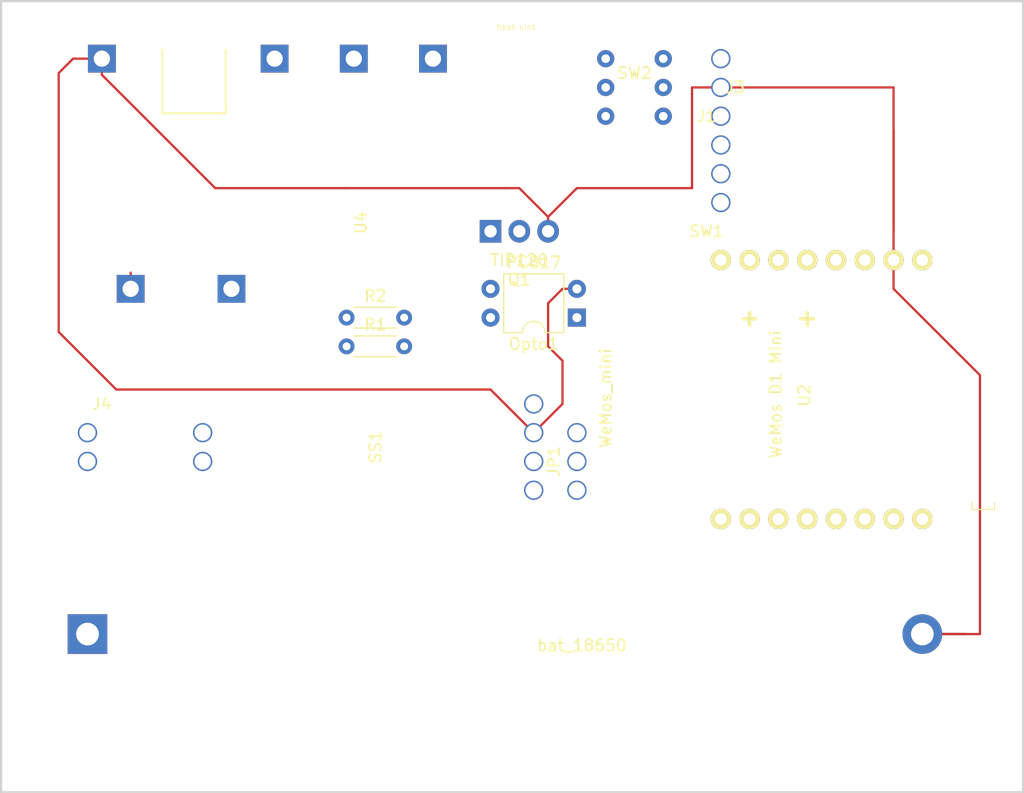
<source format=kicad_pcb>
(kicad_pcb (version 20171130) (host pcbnew "(5.0.2)-1")

  (general
    (thickness 1.6)
    (drawings 22)
    (tracks 121)
    (zones 0)
    (modules 14)
    (nets 18)
  )

  (page A4)
  (layers
    (0 "Black_(GND)" power)
    (1 "Blue_(signal_1)" signal)
    (2 "Yellow_(signal_2)" signal)
    (3 "Yellow2_(signal)" signal)
    (4 "Blue2_(signal)" signal)
    (31 "Red_(Power)" power)
    (32 B.Adhes user hide)
    (33 F.Adhes user hide)
    (34 B.Paste user hide)
    (35 F.Paste user hide)
    (36 B.SilkS user hide)
    (37 F.SilkS user hide)
    (38 B.Mask user hide)
    (39 F.Mask user hide)
    (40 Dwgs.User user hide)
    (41 Cmts.User user hide)
    (42 Eco1.User user hide)
    (43 Eco2.User user hide)
    (44 Edge.Cuts user)
    (45 Margin user hide)
    (46 B.CrtYd user hide)
    (47 F.CrtYd user)
    (48 B.Fab user hide)
    (49 F.Fab user)
  )

  (setup
    (last_trace_width 0.2)
    (trace_clearance 0.2)
    (zone_clearance 0.508)
    (zone_45_only no)
    (trace_min 0.2)
    (segment_width 0.2)
    (edge_width 0.2)
    (via_size 0.8)
    (via_drill 0.4)
    (via_min_size 0.4)
    (via_min_drill 0.3)
    (uvia_size 0.3)
    (uvia_drill 0.1)
    (uvias_allowed no)
    (uvia_min_size 0.2)
    (uvia_min_drill 0.1)
    (pcb_text_width 0.3)
    (pcb_text_size 1.5 1.5)
    (mod_edge_width 0.15)
    (mod_text_size 1 1)
    (mod_text_width 0.15)
    (pad_size 1.5 1.5)
    (pad_drill 0.6)
    (pad_to_mask_clearance 0)
    (solder_mask_min_width 0.25)
    (aux_axis_origin 0 0)
    (visible_elements 7FFFFFFF)
    (pcbplotparams
      (layerselection 0x0b000_7fffffe0)
      (usegerberextensions false)
      (usegerberattributes false)
      (usegerberadvancedattributes false)
      (creategerberjobfile false)
      (excludeedgelayer false)
      (linewidth 0.100000)
      (plotframeref false)
      (viasonmask true)
      (mode 1)
      (useauxorigin false)
      (hpglpennumber 1)
      (hpglpenspeed 20)
      (hpglpendiameter 15.000000)
      (psnegative false)
      (psa4output false)
      (plotreference false)
      (plotvalue false)
      (plotinvisibletext false)
      (padsonsilk false)
      (subtractmaskfromsilk false)
      (outputformat 3)
      (mirror false)
      (drillshape 0)
      (scaleselection 1)
      (outputdirectory "K:/_SRC/projects/Vanding/AutoIrrigation/3d print"))
  )

  (net 0 "")
  (net 1 GND)
  (net 2 "Net-(J3-Pad2)")
  (net 3 "Net-(J3-Pad1)")
  (net 4 "Net-(J4-Pad2)")
  (net 5 "Net-(J4-Pad1)")
  (net 6 "Net-(JP1-Pad3)")
  (net 7 "Net-(JP1-Pad2)")
  (net 8 "Net-(JP1-Pad1)")
  (net 9 "Net-(Q1-Pad1)")
  (net 10 "Net-(SW1-Pad1)")
  (net 11 "Net-(Opto1-Pad1)")
  (net 12 "Net-(Opto1-Pad3)")
  (net 13 "Net-(J1-Pad2)")
  (net 14 "Net-(R2-Pad1)")
  (net 15 "Net-(SW2-Pad2)")
  (net 16 "Net-(SW2-Pad1)")
  (net 17 "Net-(R1-Pad1)")

  (net_class Default "This is the default net class."
    (clearance 0.2)
    (trace_width 0.2)
    (via_dia 0.8)
    (via_drill 0.4)
    (uvia_dia 0.3)
    (uvia_drill 0.1)
    (add_net GND)
    (add_net "Net-(J1-Pad2)")
    (add_net "Net-(J3-Pad1)")
    (add_net "Net-(J3-Pad2)")
    (add_net "Net-(J4-Pad1)")
    (add_net "Net-(J4-Pad2)")
    (add_net "Net-(JP1-Pad1)")
    (add_net "Net-(JP1-Pad2)")
    (add_net "Net-(JP1-Pad3)")
    (add_net "Net-(Opto1-Pad1)")
    (add_net "Net-(Opto1-Pad3)")
    (add_net "Net-(Q1-Pad1)")
    (add_net "Net-(R1-Pad1)")
    (add_net "Net-(R2-Pad1)")
    (add_net "Net-(SW1-Pad1)")
    (add_net "Net-(SW2-Pad1)")
    (add_net "Net-(SW2-Pad2)")
  )

  (module wemos_d1_mini:D1_mini_board_v10 (layer "Black_(GND)") (tedit 5C9CC373) (tstamp 5C9BBEBB)
    (at 106.68 45.72 90)
    (path /5C4F9AC3)
    (fp_text reference U2 (at -6.858 -18.034 90) (layer F.SilkS)
      (effects (font (size 1 1) (thickness 0.15)))
    )
    (fp_text value WeMos_mini (at -7.112 -35.56 90) (layer F.SilkS)
      (effects (font (size 1 1) (thickness 0.15)))
    )
    (fp_text user "WeMos D1 Mini" (at -6.776942 -20.574 90) (layer F.SilkS)
      (effects (font (size 1 1) (thickness 0.15)))
    )
    (fp_line (start -3.597292 -5.442549) (end -10.736873 -5.442549) (layer F.CrtYd) (width 0.1))
    (fp_line (start -10.736873 -5.442549) (end -10.736873 0.371188) (layer F.CrtYd) (width 0.1))
    (fp_line (start -10.736873 0.371188) (end -3.597292 0.371188) (layer F.CrtYd) (width 0.1))
    (fp_line (start -3.597292 0.371188) (end -3.597292 -5.442549) (layer F.CrtYd) (width 0.1))
    (fp_line (start -16.28582 -3.248262) (end -16.938459 -3.248262) (layer F.SilkS) (width 0.1))
    (fp_line (start -16.938459 -3.248262) (end -16.938459 -1.255068) (layer F.SilkS) (width 0.1))
    (fp_line (start -16.938459 -1.255068) (end -16.321098 -1.255068) (layer F.SilkS) (width 0.1))
    (fp_line (start 6.604 1.016) (end -16.256 1.016) (layer F.CrtYd) (width 0.15))
    (fp_line (start -16.256 1.016) (end -16.256 -5.842) (layer F.CrtYd) (width 0.15))
    (fp_line (start -19.558 -5.842) (end -19.558 -34.544) (layer F.CrtYd) (width 0.15))
    (fp_line (start -19.558 -34.544) (end 6.604 -34.544) (layer F.CrtYd) (width 0.15))
    (fp_line (start 6.604 -34.544) (end 6.604 1.016) (layer F.CrtYd) (width 0.15))
    (fp_text user RST (at -22.016942 -25.654 90) (layer F.Fab)
      (effects (font (size 1 1) (thickness 0.15)))
    )
    (fp_text user 3V3 (at -22.016942 -7.874 90) (layer F.Fab)
      (effects (font (size 1 1) (thickness 0.15)))
    )
    (fp_text user 5V (at 8.463058 -7.874 90) (layer F.Fab)
      (effects (font (size 1 1) (thickness 0.15)))
    )
    (fp_text user GND (at 8.463058 -10.414 90) (layer F.Fab)
      (effects (font (size 1 1) (thickness 0.15)))
    )
    (fp_text user A0 (at -22.016942 -23.114 90) (layer F.Fab)
      (effects (font (size 1 1) (thickness 0.15)))
    )
    (fp_line (start -16.256 -5.842) (end -19.558 -5.842) (layer F.CrtYd) (width 0.15))
    (fp_text user D0 (at -22.098 -20.574 90) (layer F.Fab)
      (effects (font (size 1 1) (thickness 0.15)))
    )
    (fp_text user D5 (at -22.016942 -18.034 90) (layer F.Fab)
      (effects (font (size 1 1) (thickness 0.15)))
    )
    (fp_text user D6 (at -22.016942 -15.494 90) (layer F.Fab)
      (effects (font (size 1 1) (thickness 0.15)))
    )
    (fp_text user D7 (at -22.016942 -12.954 90) (layer F.Fab)
      (effects (font (size 1 1) (thickness 0.15)))
    )
    (fp_text user D8 (at -22.016942 -10.414 90) (layer F.Fab)
      (effects (font (size 1 1) (thickness 0.15)))
    )
    (fp_text user TX (at 7.747 -25.654 90) (layer F.Fab)
      (effects (font (size 1 1) (thickness 0.15)))
    )
    (fp_text user RX (at 7.874 -22.987 90) (layer F.Fab)
      (effects (font (size 1 1) (thickness 0.15)))
    )
    (fp_text user D1 (at 8.463058 -20.32 90) (layer F.Fab)
      (effects (font (size 1 1) (thickness 0.15)))
    )
    (fp_text user D2 (at 8.463058 -18.034 90) (layer F.Fab)
      (effects (font (size 1 1) (thickness 0.15)))
    )
    (fp_text user D3 (at 8.463058 -15.494 90) (layer F.Fab)
      (effects (font (size 1 1) (thickness 0.15)))
    )
    (fp_text user D4 (at 8.463058 -12.954 90) (layer F.Fab)
      (effects (font (size 1 1) (thickness 0.15)))
    )
    (pad 8 thru_hole circle (at 5.08 -25.4 90) (size 1.8 1.8) (drill 1.016) (layers *.Cu *.Mask F.SilkS))
    (pad 7 thru_hole circle (at 5.08 -22.86 90) (size 1.8 1.8) (drill 1.016) (layers *.Cu *.Mask F.SilkS))
    (pad 6 thru_hole circle (at 5.08 -20.32 90) (size 1.8 1.8) (drill 1.016) (layers *.Cu *.Mask F.SilkS)
      (net 11 "Net-(Opto1-Pad1)"))
    (pad 5 thru_hole circle (at 5.08 -17.78 90) (size 1.8 1.8) (drill 1.016) (layers *.Cu *.Mask F.SilkS))
    (pad 4 thru_hole circle (at 5.08 -15.24 90) (size 1.8 1.8) (drill 1.016) (layers *.Cu *.Mask F.SilkS))
    (pad 3 thru_hole circle (at 5.08 -12.7 90) (size 1.8 1.8) (drill 1.016) (layers *.Cu *.Mask F.SilkS))
    (pad 2 thru_hole circle (at 5.08 -10.16 90) (size 1.8 1.8) (drill 1.016) (layers *.Cu *.Mask F.SilkS)
      (net 1 GND))
    (pad 1 thru_hole circle (at 5.08 -7.62 90) (size 1.8 1.8) (drill 1.016) (layers *.Cu *.Mask F.SilkS)
      (net 2 "Net-(J3-Pad2)"))
    (pad 16 thru_hole circle (at -17.78 -7.62 90) (size 1.8 1.8) (drill 1.016) (layers *.Cu *.Mask F.SilkS))
    (pad 15 thru_hole circle (at -17.78 -10.16 90) (size 1.8 1.8) (drill 1.016) (layers *.Cu *.Mask F.SilkS))
    (pad 14 thru_hole circle (at -17.78 -12.7 90) (size 1.8 1.8) (drill 1.016) (layers *.Cu *.Mask F.SilkS))
    (pad 13 thru_hole circle (at -17.78 -15.24 90) (size 1.8 1.8) (drill 1.016) (layers *.Cu *.Mask F.SilkS))
    (pad 12 thru_hole circle (at -17.78 -17.78 90) (size 1.8 1.8) (drill 1.016) (layers *.Cu *.Mask F.SilkS)
      (net 14 "Net-(R2-Pad1)"))
    (pad 11 thru_hole circle (at -17.78 -20.32 90) (size 1.8 1.8) (drill 1.016) (layers *.Cu *.Mask F.SilkS)
      (net 16 "Net-(SW2-Pad1)"))
    (pad 10 thru_hole circle (at -17.78 -22.86 90) (size 1.8 1.8) (drill 1.016) (layers *.Cu *.Mask F.SilkS)
      (net 7 "Net-(JP1-Pad2)"))
    (pad 9 thru_hole circle (at -17.78 -25.4 90) (size 1.8 1.8) (drill 1.016) (layers *.Cu *.Mask F.SilkS)
      (net 15 "Net-(SW2-Pad2)"))
  )

  (module footprint:2p_connector_v2 (layer "Black_(GND)") (tedit 5C9E8F0F) (tstamp 5C9BBC0A)
    (at 78.74 22.86 90)
    (path /5C4F9789)
    (fp_text reference J1 (at -5.08 1.27 180) (layer F.SilkS)
      (effects (font (size 1 1) (thickness 0.15)))
    )
    (fp_text value Sol (at -1.27 20.32 180) (layer F.Fab)
      (effects (font (size 1 1) (thickness 0.15)))
    )
    (fp_line (start -3.81 1.27) (end 1.27 1.27) (layer F.CrtYd) (width 0.15))
    (fp_line (start 1.27 1.27) (end 1.27 3.81) (layer F.CrtYd) (width 0.15))
    (fp_line (start 1.27 3.81) (end -3.81 3.81) (layer F.CrtYd) (width 0.15))
    (fp_line (start -3.81 3.81) (end -3.81 1.27) (layer F.CrtYd) (width 0.15))
    (pad 1 thru_hole circle (at -2.54 2.54 90) (size 1.7 1.7) (drill 1.43) (layers *.Cu *.Mask)
      (net 1 GND))
    (pad 2 thru_hole circle (at 0 2.54 90) (size 1.7 1.7) (drill 1.43) (layers *.Cu *.Mask)
      (net 13 "Net-(J1-Pad2)"))
  )

  (module footprint:2p_connector_v2 (layer "Black_(GND)") (tedit 5C5AE479) (tstamp 5C9BBC1E)
    (at 83.82 30.48 270)
    (path /5C4F97F0)
    (fp_text reference J3 (at -5.08 1.27) (layer F.SilkS)
      (effects (font (size 1 1) (thickness 0.15)))
    )
    (fp_text value Valve (at -1.524 -15.113) (layer F.Fab)
      (effects (font (size 1 1) (thickness 0.15)))
    )
    (fp_line (start -3.81 3.81) (end -3.81 1.27) (layer F.CrtYd) (width 0.15))
    (fp_line (start 1.27 3.81) (end -3.81 3.81) (layer F.CrtYd) (width 0.15))
    (fp_line (start 1.27 1.27) (end 1.27 3.81) (layer F.CrtYd) (width 0.15))
    (fp_line (start -3.81 1.27) (end 1.27 1.27) (layer F.CrtYd) (width 0.15))
    (pad 2 thru_hole circle (at 0 2.54 270) (size 1.7 1.7) (drill 1.43) (layers *.Cu *.Mask)
      (net 2 "Net-(J3-Pad2)"))
    (pad 1 thru_hole circle (at -2.54 2.54 270) (size 1.7 1.7) (drill 1.43) (layers *.Cu *.Mask)
      (net 3 "Net-(J3-Pad1)"))
  )

  (module footprint:2p_connector_v2 (layer "Black_(GND)") (tedit 5C5AE479) (tstamp 5C9BBC28)
    (at 27.94 58.42 270)
    (path /5C4F9672)
    (fp_text reference J4 (at -5.08 1.27) (layer F.SilkS)
      (effects (font (size 1 1) (thickness 0.15)))
    )
    (fp_text value "Soil sensor" (at -1.27 5.08 270) (layer F.Fab)
      (effects (font (size 1 1) (thickness 0.15)))
    )
    (fp_line (start -3.81 3.81) (end -3.81 1.27) (layer F.CrtYd) (width 0.15))
    (fp_line (start 1.27 3.81) (end -3.81 3.81) (layer F.CrtYd) (width 0.15))
    (fp_line (start 1.27 1.27) (end 1.27 3.81) (layer F.CrtYd) (width 0.15))
    (fp_line (start -3.81 1.27) (end 1.27 1.27) (layer F.CrtYd) (width 0.15))
    (pad 2 thru_hole circle (at 0 2.54 270) (size 1.7 1.7) (drill 1.43) (layers *.Cu *.Mask)
      (net 4 "Net-(J4-Pad2)"))
    (pad 1 thru_hole circle (at -2.54 2.54 270) (size 1.7 1.7) (drill 1.43) (layers *.Cu *.Mask)
      (net 5 "Net-(J4-Pad1)"))
  )

  (module footprint:3p_switch_v2 (layer "Black_(GND)") (tedit 5C9CC395) (tstamp 5C9BBC33)
    (at 66.04 58.42 90)
    (path /5C52F9B9)
    (fp_text reference JP1 (at 0 0.5 90) (layer F.SilkS)
      (effects (font (size 1 1) (thickness 0.15)))
    )
    (fp_text value "BATT / HUM" (at 0 5.08 90) (layer F.Fab)
      (effects (font (size 1 1) (thickness 0.15)))
    )
    (fp_line (start -3.81 1.27) (end 3.81 1.27) (layer F.CrtYd) (width 0.15))
    (fp_line (start 3.81 1.27) (end 3.81 3.81) (layer F.CrtYd) (width 0.15))
    (fp_line (start 3.81 3.81) (end -3.81 3.81) (layer F.CrtYd) (width 0.15))
    (fp_line (start -3.81 3.81) (end -3.81 1.27) (layer F.CrtYd) (width 0.15))
    (pad 1 thru_hole circle (at -2.54 2.54 90) (size 1.7 1.7) (drill 1.43) (layers *.Cu *.Mask)
      (net 8 "Net-(JP1-Pad1)"))
    (pad 2 thru_hole circle (at 0 2.54 90) (size 1.7 1.7) (drill 1.43) (layers *.Cu *.Mask)
      (net 7 "Net-(JP1-Pad2)"))
    (pad 3 thru_hole circle (at 2.54 2.54 90) (size 1.7 1.7) (drill 1.43) (layers *.Cu *.Mask)
      (net 6 "Net-(JP1-Pad3)"))
  )

  (module Package_DIP:DIP-4_W7.62mm (layer "Black_(GND)") (tedit 5C9CC2D5) (tstamp 5C9BBC4B)
    (at 68.58 45.72 180)
    (descr "4-lead though-hole mounted DIP package, row spacing 7.62 mm (300 mils)")
    (tags "THT DIP DIL PDIP 2.54mm 7.62mm 300mil")
    (path /5C922828)
    (fp_text reference Opto1 (at 3.81 -2.33 180) (layer F.SilkS)
      (effects (font (size 1 1) (thickness 0.15)))
    )
    (fp_text value PC817 (at 3.81 4.87 180) (layer F.SilkS)
      (effects (font (size 1 1) (thickness 0.15)))
    )
    (fp_arc (start 3.81 -1.33) (end 2.81 -1.33) (angle -180) (layer F.SilkS) (width 0.12))
    (fp_line (start 1.635 -1.27) (end 6.985 -1.27) (layer F.Fab) (width 0.1))
    (fp_line (start 6.985 -1.27) (end 6.985 3.81) (layer F.Fab) (width 0.1))
    (fp_line (start 6.985 3.81) (end 0.635 3.81) (layer F.Fab) (width 0.1))
    (fp_line (start 0.635 3.81) (end 0.635 -0.27) (layer F.Fab) (width 0.1))
    (fp_line (start 0.635 -0.27) (end 1.635 -1.27) (layer F.Fab) (width 0.1))
    (fp_line (start 2.81 -1.33) (end 1.16 -1.33) (layer F.SilkS) (width 0.12))
    (fp_line (start 1.16 -1.33) (end 1.16 3.87) (layer F.SilkS) (width 0.12))
    (fp_line (start 1.16 3.87) (end 6.46 3.87) (layer F.SilkS) (width 0.12))
    (fp_line (start 6.46 3.87) (end 6.46 -1.33) (layer F.SilkS) (width 0.12))
    (fp_line (start 6.46 -1.33) (end 4.81 -1.33) (layer F.SilkS) (width 0.12))
    (fp_line (start -1.1 -1.55) (end -1.1 4.1) (layer F.CrtYd) (width 0.05))
    (fp_line (start -1.1 4.1) (end 8.7 4.1) (layer F.CrtYd) (width 0.05))
    (fp_line (start 8.7 4.1) (end 8.7 -1.55) (layer F.CrtYd) (width 0.05))
    (fp_line (start 8.7 -1.55) (end -1.1 -1.55) (layer F.CrtYd) (width 0.05))
    (fp_text user %R (at 3.81 1.27 180) (layer F.Fab)
      (effects (font (size 1 1) (thickness 0.15)))
    )
    (pad 1 thru_hole rect (at 0 0 180) (size 1.6 1.6) (drill 0.8) (layers *.Cu *.Mask)
      (net 11 "Net-(Opto1-Pad1)"))
    (pad 3 thru_hole oval (at 7.62 2.54 180) (size 1.6 1.6) (drill 0.8) (layers *.Cu *.Mask)
      (net 12 "Net-(Opto1-Pad3)"))
    (pad 2 thru_hole oval (at 0 2.54 180) (size 1.6 1.6) (drill 0.8) (layers *.Cu *.Mask)
      (net 1 GND))
    (pad 4 thru_hole oval (at 7.62 0 180) (size 1.6 1.6) (drill 0.8) (layers *.Cu *.Mask)
      (net 2 "Net-(J3-Pad2)"))
    (model ${KISYS3DMOD}/Package_DIP.3dshapes/DIP-4_W7.62mm.wrl
      (at (xyz 0 0 0))
      (scale (xyz 1 1 1))
      (rotate (xyz 0 0 0))
    )
  )

  (module Resistor_THT:R_Axial_DIN0204_L3.6mm_D1.6mm_P5.08mm_Horizontal (layer "Black_(GND)") (tedit 5AE5139B) (tstamp 5C9BBC5E)
    (at 48.26 48.26)
    (descr "Resistor, Axial_DIN0204 series, Axial, Horizontal, pin pitch=5.08mm, 0.167W, length*diameter=3.6*1.6mm^2, http://cdn-reichelt.de/documents/datenblatt/B400/1_4W%23YAG.pdf")
    (tags "Resistor Axial_DIN0204 series Axial Horizontal pin pitch 5.08mm 0.167W length 3.6mm diameter 1.6mm")
    (path /5C4F9DC6)
    (fp_text reference R1 (at 2.54 -1.92) (layer F.SilkS)
      (effects (font (size 1 1) (thickness 0.15)))
    )
    (fp_text value 100k (at -3.302 0) (layer F.Fab)
      (effects (font (size 1 1) (thickness 0.15)))
    )
    (fp_text user %R (at 2.54 0) (layer F.Fab)
      (effects (font (size 0.72 0.72) (thickness 0.108)))
    )
    (fp_line (start 6.03 -1.05) (end -0.95 -1.05) (layer F.CrtYd) (width 0.05))
    (fp_line (start 6.03 1.05) (end 6.03 -1.05) (layer F.CrtYd) (width 0.05))
    (fp_line (start -0.95 1.05) (end 6.03 1.05) (layer F.CrtYd) (width 0.05))
    (fp_line (start -0.95 -1.05) (end -0.95 1.05) (layer F.CrtYd) (width 0.05))
    (fp_line (start 0.62 0.92) (end 4.46 0.92) (layer F.SilkS) (width 0.12))
    (fp_line (start 0.62 -0.92) (end 4.46 -0.92) (layer F.SilkS) (width 0.12))
    (fp_line (start 5.08 0) (end 4.34 0) (layer F.Fab) (width 0.1))
    (fp_line (start 0 0) (end 0.74 0) (layer F.Fab) (width 0.1))
    (fp_line (start 4.34 -0.8) (end 0.74 -0.8) (layer F.Fab) (width 0.1))
    (fp_line (start 4.34 0.8) (end 4.34 -0.8) (layer F.Fab) (width 0.1))
    (fp_line (start 0.74 0.8) (end 4.34 0.8) (layer F.Fab) (width 0.1))
    (fp_line (start 0.74 -0.8) (end 0.74 0.8) (layer F.Fab) (width 0.1))
    (pad 2 thru_hole oval (at 5.08 0) (size 1.4 1.4) (drill 0.7) (layers *.Cu *.Mask)
      (net 6 "Net-(JP1-Pad3)"))
    (pad 1 thru_hole circle (at 0 0) (size 1.4 1.4) (drill 0.7) (layers *.Cu *.Mask)
      (net 17 "Net-(R1-Pad1)"))
    (model ${KISYS3DMOD}/Resistor_THT.3dshapes/R_Axial_DIN0204_L3.6mm_D1.6mm_P5.08mm_Horizontal.wrl
      (at (xyz 0 0 0))
      (scale (xyz 1 1 1))
      (rotate (xyz 0 0 0))
    )
  )

  (module Resistor_THT:R_Axial_DIN0204_L3.6mm_D1.6mm_P5.08mm_Horizontal (layer "Black_(GND)") (tedit 5AE5139B) (tstamp 5C9BBC71)
    (at 48.26 45.72)
    (descr "Resistor, Axial_DIN0204 series, Axial, Horizontal, pin pitch=5.08mm, 0.167W, length*diameter=3.6*1.6mm^2, http://cdn-reichelt.de/documents/datenblatt/B400/1_4W%23YAG.pdf")
    (tags "Resistor Axial_DIN0204 series Axial Horizontal pin pitch 5.08mm 0.167W length 3.6mm diameter 1.6mm")
    (path /5C4F22D3)
    (fp_text reference R2 (at 2.54 -1.92) (layer F.SilkS)
      (effects (font (size 1 1) (thickness 0.15)))
    )
    (fp_text value 5k (at -2.286 0.889) (layer F.Fab)
      (effects (font (size 1 1) (thickness 0.15)))
    )
    (fp_line (start 0.74 -0.8) (end 0.74 0.8) (layer F.Fab) (width 0.1))
    (fp_line (start 0.74 0.8) (end 4.34 0.8) (layer F.Fab) (width 0.1))
    (fp_line (start 4.34 0.8) (end 4.34 -0.8) (layer F.Fab) (width 0.1))
    (fp_line (start 4.34 -0.8) (end 0.74 -0.8) (layer F.Fab) (width 0.1))
    (fp_line (start 0 0) (end 0.74 0) (layer F.Fab) (width 0.1))
    (fp_line (start 5.08 0) (end 4.34 0) (layer F.Fab) (width 0.1))
    (fp_line (start 0.62 -0.92) (end 4.46 -0.92) (layer F.SilkS) (width 0.12))
    (fp_line (start 0.62 0.92) (end 4.46 0.92) (layer F.SilkS) (width 0.12))
    (fp_line (start -0.95 -1.05) (end -0.95 1.05) (layer F.CrtYd) (width 0.05))
    (fp_line (start -0.95 1.05) (end 6.03 1.05) (layer F.CrtYd) (width 0.05))
    (fp_line (start 6.03 1.05) (end 6.03 -1.05) (layer F.CrtYd) (width 0.05))
    (fp_line (start 6.03 -1.05) (end -0.95 -1.05) (layer F.CrtYd) (width 0.05))
    (fp_text user %R (at 2.54 0) (layer F.Fab)
      (effects (font (size 0.72 0.72) (thickness 0.108)))
    )
    (pad 1 thru_hole circle (at 0 0) (size 1.4 1.4) (drill 0.7) (layers *.Cu *.Mask)
      (net 14 "Net-(R2-Pad1)"))
    (pad 2 thru_hole oval (at 5.08 0) (size 1.4 1.4) (drill 0.7) (layers *.Cu *.Mask)
      (net 9 "Net-(Q1-Pad1)"))
    (model ${KISYS3DMOD}/Resistor_THT.3dshapes/R_Axial_DIN0204_L3.6mm_D1.6mm_P5.08mm_Horizontal.wrl
      (at (xyz 0 0 0))
      (scale (xyz 1 1 1))
      (rotate (xyz 0 0 0))
    )
  )

  (module "footprint:Soil sensor_v4" (layer "Black_(GND)") (tedit 5C989D0D) (tstamp 5C9BBC7F)
    (at 66.04 50.8 270)
    (path /5C4FA314)
    (fp_text reference SS1 (at 6.35 15.24 270) (layer F.SilkS)
      (effects (font (size 1 1) (thickness 0.15)))
    )
    (fp_text value SOIL_SENSOR (at 6.35 10.16 270) (layer F.Fab)
      (effects (font (size 1 1) (thickness 0.15)))
    )
    (fp_line (start 12.7 0) (end 0 0) (layer F.CrtYd) (width 0.15))
    (fp_line (start 0 0) (end 0 31.75) (layer F.CrtYd) (width 0.15))
    (fp_line (start 0 31.75) (end 12.7 31.75) (layer F.CrtYd) (width 0.15))
    (fp_line (start 12.7 31.75) (end 12.7 0) (layer F.CrtYd) (width 0.15))
    (pad A0 thru_hole circle (at 10.16 1.27 270) (size 1.7 1.7) (drill 1.43) (layers *.Cu *.Mask)
      (net 8 "Net-(JP1-Pad1)"))
    (pad D0 thru_hole circle (at 7.62 1.27 270) (size 1.7 1.7) (drill 1.43) (layers *.Cu *.Mask))
    (pad GND thru_hole circle (at 5.08 1.27 270) (size 1.7 1.7) (drill 1.43) (layers *.Cu *.Mask)
      (net 1 GND))
    (pad VCC thru_hole circle (at 2.54 1.27 270) (size 1.7 1.7) (drill 1.43) (layers *.Cu *.Mask)
      (net 12 "Net-(Opto1-Pad3)"))
    (pad - thru_hole circle (at 7.62 30.48 270) (size 1.7 1.7) (drill 1.43) (layers *.Cu *.Mask)
      (net 4 "Net-(J4-Pad2)"))
    (pad + thru_hole circle (at 5.08 30.48 270) (size 1.7 1.7) (drill 1.43) (layers *.Cu *.Mask)
      (net 5 "Net-(J4-Pad1)"))
  )

  (module footprint:2p_connector_v2 (layer "Black_(GND)") (tedit 5C9CC305) (tstamp 5C9BBC89)
    (at 78.74 33.02 90)
    (path /5C4F30A2)
    (fp_text reference SW1 (at -5.08 1.27 180) (layer F.SilkS)
      (effects (font (size 1 1) (thickness 0.15)))
    )
    (fp_text value ON/OFF (at -0.635 20.447 180) (layer F.Fab)
      (effects (font (size 1 1) (thickness 0.15)))
    )
    (fp_line (start -3.81 1.27) (end 1.27 1.27) (layer F.CrtYd) (width 0.15))
    (fp_line (start 1.27 1.27) (end 1.27 3.81) (layer F.CrtYd) (width 0.15))
    (fp_line (start 1.27 3.81) (end -3.81 3.81) (layer F.CrtYd) (width 0.15))
    (fp_line (start -3.81 3.81) (end -3.81 1.27) (layer F.CrtYd) (width 0.15))
    (pad 1 thru_hole circle (at -2.54 2.54 90) (size 1.7 1.7) (drill 1.43) (layers *.Cu *.Mask)
      (net 10 "Net-(SW1-Pad1)"))
    (pad 2 thru_hole circle (at 0 2.54 90) (size 1.7 1.7) (drill 1.43) (layers *.Cu *.Mask)
      (net 2 "Net-(J3-Pad2)"))
  )

  (module footprint:J5019_v4 (layer "Black_(GND)") (tedit 5C9BBBE4) (tstamp 5C9BC247)
    (at 58.42 20.32 270)
    (path /5C94F80F)
    (fp_text reference U4 (at 17.018 8.89 270) (layer F.SilkS)
      (effects (font (size 1 1) (thickness 0.15)))
    )
    (fp_text value J5019 (at 15.748 6.35 270) (layer F.Fab)
      (effects (font (size 1 1) (thickness 0.15)))
    )
    (fp_line (start 1.27 1.27) (end 1.27 33.02) (layer F.CrtYd) (width 0.15))
    (fp_line (start 1.27 33.02) (end 25.4 33.02) (layer F.CrtYd) (width 0.15))
    (fp_line (start 25.4 1.27) (end 1.27 1.27) (layer F.CrtYd) (width 0.15))
    (fp_line (start 25.4 1.27) (end 25.4 33.02) (layer F.CrtYd) (width 0.15))
    (fp_line (start 1.778 20.828) (end 7.366 20.828) (layer F.SilkS) (width 0.15))
    (fp_line (start 7.366 20.828) (end 7.366 26.416) (layer F.SilkS) (width 0.15))
    (fp_line (start 7.366 26.416) (end 1.778 26.416) (layer F.SilkS) (width 0.15))
    (pad 6 thru_hole rect (at 2.54 31.75 270) (size 2.46 2.46) (drill 1.43) (layers *.Cu *.Mask)
      (net 1 GND))
    (pad 5 thru_hole rect (at 2.54 16.51 270) (size 2.46 2.46) (drill 1.43) (layers *.Cu *.Mask)
      (net 13 "Net-(J1-Pad2)"))
    (pad 4 thru_hole rect (at 2.54 2.54 270) (size 2.46 2.46) (drill 1.43) (layers *.Cu *.Mask)
      (net 10 "Net-(SW1-Pad1)"))
    (pad 3 thru_hole rect (at 22.86 20.32 270) (size 2.46 2.46) (drill 1.43) (layers *.Cu *.Mask)
      (net 17 "Net-(R1-Pad1)"))
    (pad 1 thru_hole rect (at 2.54 9.525 270) (size 2.46 2.46) (drill 1.43) (layers *.Cu *.Mask)
      (net 1 GND))
    (pad 2 thru_hole rect (at 22.86 29.21 270) (size 2.46 2.46) (drill 1.43) (layers *.Cu *.Mask)
      (net 1 GND))
  )

  (module footprint:TIP120_flat_v2 (layer "Black_(GND)") (tedit 5C9CC2DE) (tstamp 5C9C9FFD)
    (at 66.04 38.1 180)
    (descr "TO-220-3, Vertical, RM 2.54mm, see https://www.vishay.com/docs/66542/to-220-1.pdf")
    (tags "TO-220-3 Vertical RM 2.54mm")
    (path /5C4F21EB)
    (fp_text reference Q1 (at 2.54 -4.27 180) (layer F.SilkS)
      (effects (font (size 1 1) (thickness 0.15)))
    )
    (fp_text value TIP120 (at 2.54 -2.54 180) (layer F.SilkS)
      (effects (font (size 1 1) (thickness 0.15)))
    )
    (fp_circle (center 2.54 16.002) (end 3.675923 16.002) (layer F.CrtYd) (width 0.15))
    (fp_line (start 4.064 -1.27) (end 6.096 -1.27) (layer F.CrtYd) (width 0.15))
    (fp_line (start 1.524 -1.27) (end 3.556 -1.27) (layer F.CrtYd) (width 0.15))
    (fp_line (start -1.016 -1.27) (end 1.016 -1.27) (layer F.CrtYd) (width 0.15))
    (fp_line (start 6.096 6.858) (end 6.096 -1.27) (layer F.CrtYd) (width 0.15))
    (fp_line (start 4.064 6.858) (end 4.064 -1.27) (layer F.CrtYd) (width 0.15))
    (fp_line (start 3.556 6.858) (end 3.556 -1.27) (layer F.CrtYd) (width 0.15))
    (fp_line (start 1.524 6.858) (end 1.524 -1.27) (layer F.CrtYd) (width 0.15))
    (fp_line (start 1.016 6.858) (end 1.016 -1.27) (layer F.CrtYd) (width 0.15))
    (fp_line (start 7.62 6.858) (end 7.62 17.272) (layer F.CrtYd) (width 0.15))
    (fp_line (start -2.54 6.858) (end 7.62 6.858) (layer F.CrtYd) (width 0.15))
    (fp_line (start -2.54 17.272) (end -2.54 6.858) (layer F.CrtYd) (width 0.15))
    (fp_line (start -0.762 19.05) (end -2.54 17.272) (layer F.CrtYd) (width 0.15))
    (fp_line (start 5.842 19.05) (end -0.762 19.05) (layer F.CrtYd) (width 0.15))
    (fp_line (start 7.62 17.272) (end 5.842 19.05) (layer F.CrtYd) (width 0.15))
    (fp_text user %R (at 2.54 -4.27 180) (layer F.SilkS)
      (effects (font (size 1 1) (thickness 0.15)))
    )
    (fp_line (start -2.54 13.462) (end 7.62 13.462) (layer F.CrtYd) (width 0.15))
    (fp_line (start -1.016 6.858) (end -1.016 -1.27) (layer F.CrtYd) (width 0.15))
    (fp_text user "heat sink" (at 2.794 18.034 180) (layer F.SilkS)
      (effects (font (size 0.5 0.5) (thickness 0.06)))
    )
    (fp_text user B (at 6.985 -1.143 180) (layer F.Fab)
      (effects (font (size 1 1) (thickness 0.15)))
    )
    (fp_text user E (at -1.778 0.127 180) (layer F.Fab)
      (effects (font (size 1 1) (thickness 0.15)))
    )
    (pad 1 thru_hole rect (at 5.08 0 180) (size 1.905 2) (drill 1.1) (layers *.Cu *.Mask)
      (net 9 "Net-(Q1-Pad1)"))
    (pad 2 thru_hole oval (at 2.54 0 180) (size 1.905 2) (drill 1.1) (layers *.Cu *.Mask)
      (net 3 "Net-(J3-Pad1)"))
    (pad 3 thru_hole oval (at 0 0 180) (size 1.905 2) (drill 1.1) (layers *.Cu *.Mask)
      (net 1 GND))
    (model ${KISYS3DMOD}/Package_TO_SOT_THT.3dshapes/TO-220-3_Vertical.wrl
      (at (xyz 0 0 0))
      (scale (xyz 1 1 1))
      (rotate (xyz 0 0 0))
    )
  )

  (module footprint:onoff_push_button_2x3_pins_v2 (layer "Black_(GND)") (tedit 5CA30A07) (tstamp 5CA30AC7)
    (at 58.42 20.32 180)
    (path /5C938ACF)
    (fp_text reference SW2 (at -15.24 -3.81 180) (layer F.SilkS)
      (effects (font (size 1 1) (thickness 0.15)))
    )
    (fp_text value flash (at -13.462 0.254 180) (layer F.Fab)
      (effects (font (size 1 1) (thickness 0.15)))
    )
    (fp_line (start -19.05 -8.89) (end -11.43 -8.89) (layer F.CrtYd) (width 0.15))
    (fp_line (start -11.43 -8.89) (end -11.43 -1.27) (layer F.CrtYd) (width 0.15))
    (fp_line (start -11.43 -1.27) (end -19.05 -1.27) (layer F.CrtYd) (width 0.15))
    (fp_line (start -19.05 -1.27) (end -19.05 -8.89) (layer F.CrtYd) (width 0.15))
    (fp_text user "Flash (down)" (at -27.94 -7.62 180) (layer F.Fab)
      (effects (font (size 1 1) (thickness 0.15)))
    )
    (fp_text user "Normal (up)" (at -27.94 -10.16 180) (layer F.Fab)
      (effects (font (size 1 1) (thickness 0.15)))
    )
    (fp_line (start -17.78 -5.08) (end -21.59 -5.08) (layer F.Fab) (width 0.15))
    (fp_line (start -20.828 -5.08) (end -21.336 -5.08) (layer F.Fab) (width 0.15))
    (fp_line (start -20.32 -7.62) (end -17.78 -7.62) (layer F.Fab) (width 0.15))
    (fp_line (start -17.78 -2.54) (end -20.32 -2.54) (layer F.Fab) (width 0.15))
    (fp_circle (center -20.32 -7.62) (end -20.447 -7.6454) (layer F.Fab) (width 0.15))
    (fp_circle (center -20.3454 -2.54) (end -20.3962 -2.6416) (layer F.Fab) (width 0.15))
    (fp_circle (center -21.59 -5.08) (end -21.6916 -5.1054) (layer F.Fab) (width 0.15))
    (fp_line (start -21.59 -5.08) (end -22.86 -7.62) (layer F.Fab) (width 0.15))
    (fp_line (start -21.59 -5.08) (end -20.32 -2.54) (layer F.Fab) (width 0.05))
    (fp_text user "(1 and 2 connected when button up)" (at -16.51 -10.16 180) (layer F.CrtYd)
      (effects (font (size 0.5 0.5) (thickness 0.075)))
    )
    (pad 1 thru_hole circle (at -17.78 -7.62 180) (size 1.524 1.524) (drill 0.762) (layers *.Cu *.Mask)
      (net 16 "Net-(SW2-Pad1)"))
    (pad 2 thru_hole circle (at -17.78 -5.08 180) (size 1.524 1.524) (drill 0.762) (layers *.Cu *.Mask)
      (net 15 "Net-(SW2-Pad2)"))
    (pad NA thru_hole circle (at -12.7 -5.08 180) (size 1.524 1.524) (drill 0.762) (layers *.Cu *.Mask))
    (pad NA thru_hole circle (at -12.7 -7.62 180) (size 1.524 1.524) (drill 0.762) (layers *.Cu *.Mask))
    (pad NA thru_hole circle (at -12.7 -2.54 180) (size 1.524 1.524) (drill 0.762) (layers *.Cu *.Mask))
    (pad 3 thru_hole circle (at -17.78 -2.54 180) (size 1.524 1.524) (drill 0.762) (layers *.Cu *.Mask))
  )

  (module footprint:BatteryHolder_MPD_BH-18650-PC2_v2 (layer "Black_(GND)") (tedit 5CA32AE9) (tstamp 5CA32BC8)
    (at 33.02 73.66)
    (descr "18650 Battery Holder (http://www.memoryprotectiondevices.com/datasheets/BK-18650-PC2-datasheet.pdf)")
    (tags "18650 Battery Holder")
    (path /5C9C0D4A)
    (fp_text reference bat_18650 (at 36 1) (layer F.SilkS)
      (effects (font (size 1 1) (thickness 0.15)))
    )
    (fp_text value Battery_Cell (at 36 -0.8) (layer F.Fab)
      (effects (font (size 1 1) (thickness 0.15)))
    )
    (fp_line (start -1.27 8.89) (end -1.27 -8.89) (layer F.CrtYd) (width 0.05))
    (fp_line (start 61.976 8.89) (end -1.27 8.89) (layer F.CrtYd) (width 0.05))
    (fp_line (start 61.976 -8.89) (end 61.976 8.89) (layer F.CrtYd) (width 0.05))
    (fp_line (start -1.27 -8.89) (end 61.976 -8.89) (layer F.CrtYd) (width 0.05))
    (fp_text user %R (at 36 -2.4) (layer F.Fab)
      (effects (font (size 1 1) (thickness 0.15)))
    )
    (fp_line (start -1.27 -3.302) (end -9.652 -3.302) (layer F.CrtYd) (width 0.05))
    (fp_line (start -9.652 -3.302) (end -9.652 3.302) (layer F.CrtYd) (width 0.05))
    (fp_line (start -9.652 3.302) (end -1.27 3.302) (layer F.CrtYd) (width 0.05))
    (fp_line (start -1.27 3.302) (end -1.27 -3.302) (layer F.CrtYd) (width 0.05))
    (fp_line (start 61.976 -3.302) (end 68.326 -3.302) (layer F.CrtYd) (width 0.05))
    (fp_line (start 61.976 3.302) (end 68.326 3.302) (layer F.CrtYd) (width 0.05))
    (fp_line (start 68.326 3.302) (end 68.326 -3.302) (layer F.CrtYd) (width 0.05))
    (fp_line (start 61.976 -3.302) (end 61.976 3.302) (layer F.CrtYd) (width 0.05))
    (pad 2 thru_hole circle (at 66.04 0) (size 3.5 3.5) (drill 2) (layers *.Cu *.Mask)
      (net 1 GND))
    (pad 1 thru_hole rect (at -7.62 0) (size 3.5 3.5) (drill 2) (layers *.Cu *.Mask)
      (net 17 "Net-(R1-Pad1)"))
    (model ${KISYS3DMOD}/Battery.3dshapes/BatteryHolder_MPD_BH-18650-PC2.wrl
      (at (xyz 0 0 0))
      (scale (xyz 1 1 1))
      (rotate (xyz 0 0 0))
    )
  )

  (gr_text - (at 95.377 27.686 180) (layer F.Fab) (tstamp 5CC6D6D8)
    (effects (font (size 1.5 1.5) (thickness 0.3)))
  )
  (gr_text + (at 95.377 30.226) (layer F.Fab) (tstamp 5CC6D6D8)
    (effects (font (size 1.5 1.5) (thickness 0.3)))
  )
  (gr_text + (at 43.18 73.66) (layer F.Fab)
    (effects (font (size 3 3) (thickness 0.6)))
  )
  (gr_text - (at 88.9 73.66) (layer F.Fab)
    (effects (font (size 3 3) (thickness 0.6)))
  )
  (gr_poly (pts (xy 60.325 48.006) (xy 61.722 48.006) (xy 61.722 49.657) (xy 60.325 49.657)) (layer F.CrtYd) (width 0.15))
  (gr_poly (pts (xy 67.818 48.133) (xy 69.469 48.133) (xy 69.469 49.657) (xy 67.818 49.657)) (layer F.CrtYd) (width 0.15))
  (gr_text "NA(gnd)" (at 29.083 47.117) (layer F.Fab)
    (effects (font (size 1 1) (thickness 0.15)))
  )
  (gr_text "NA(gnd)" (at 48.895 19.05) (layer F.Fab)
    (effects (font (size 1 1) (thickness 0.15)))
  )
  (gr_circle (center 70.739 45.72) (end 70.866 46.228) (layer F.Fab) (width 0.2))
  (gr_text - (at 95.377 25.4 180) (layer F.Fab)
    (effects (font (size 1.5 1.5) (thickness 0.3)))
  )
  (gr_text + (at 95.377 22.606) (layer F.Fab)
    (effects (font (size 1.5 1.5) (thickness 0.3)))
  )
  (gr_text + (at 83.82 45.72) (layer F.SilkS)
    (effects (font (size 1.5 1.5) (thickness 0.3)) (justify mirror))
  )
  (gr_text + (at 88.9 45.72) (layer F.SilkS)
    (effects (font (size 1.5 1.5) (thickness 0.3)) (justify mirror))
  )
  (gr_line (start 25.4 81.28) (end 25.4 22.86) (layer Margin) (width 0.2))
  (gr_line (start 99.06 81.28) (end 25.4 81.28) (layer Margin) (width 0.2))
  (gr_line (start 99.06 22.86) (end 99.06 81.28) (layer Margin) (width 0.2))
  (gr_line (start 25.4 22.86) (end 99.06 22.86) (layer Margin) (width 0.2))
  (gr_line (start 17.78 87.63) (end 17.78 17.78) (layer Edge.Cuts) (width 0.2))
  (gr_line (start 107.95 87.63) (end 17.78 87.63) (layer Edge.Cuts) (width 0.2))
  (gr_line (start 107.95 17.78) (end 107.95 87.63) (layer Edge.Cuts) (width 0.2))
  (gr_line (start 17.78 17.78) (end 107.95 17.78) (layer Edge.Cuts) (width 0.2))
  (gr_line (start 15.24 12.7) (end 115.57 12.7) (layer Eco2.User) (width 0.2))

  (segment (start 26.67 24.29) (end 36.67 34.29) (width 0.2) (layer "Black_(GND)") (net 1))
  (segment (start 26.67 22.86) (end 26.67 24.29) (width 0.2) (layer "Black_(GND)") (net 1) (status 10))
  (segment (start 62.2775 34.29) (end 63.5 34.29) (width 0.2) (layer "Black_(GND)") (net 1))
  (segment (start 63.5 34.29) (end 66.04 36.83) (width 0.2) (layer "Black_(GND)") (net 1))
  (segment (start 101.6 48.26) (end 96.52 43.18) (width 0.2) (layer "Black_(GND)") (net 1))
  (segment (start 96.52 43.18) (end 96.52 40.64) (width 0.2) (layer "Black_(GND)") (net 1) (status 20))
  (segment (start 96.52 38.1) (end 96.52 29.21) (width 0.2) (layer "Black_(GND)") (net 1))
  (segment (start 82.55 25.4) (end 81.28 25.4) (width 0.2) (layer "Black_(GND)") (net 1) (status 20))
  (segment (start 48.895 33.655) (end 48.26 34.29) (width 0.2) (layer "Yellow2_(signal)") (net 1))
  (segment (start 48.895 22.86) (end 48.895 33.655) (width 0.2) (layer "Yellow2_(signal)") (net 1) (status 10))
  (segment (start 36.67 34.29) (end 48.26 34.29) (width 0.2) (layer "Black_(GND)") (net 1))
  (segment (start 48.26 34.29) (end 62.2775 34.29) (width 0.2) (layer "Black_(GND)") (net 1))
  (segment (start 29.21 41.75) (end 36.67 34.29) (width 0.2) (layer "Yellow2_(signal)") (net 1))
  (segment (start 29.21 43.18) (end 29.21 41.75) (width 0.2) (layer "Black_(GND)") (net 1) (status 10))
  (segment (start 64.77 55.88) (end 67.31 53.34) (width 0.2) (layer "Black_(GND)") (net 1) (status 10))
  (segment (start 67.31 53.34) (end 67.31 49.53) (width 0.2) (layer "Black_(GND)") (net 1))
  (segment (start 67.31 49.53) (end 66.04 48.26) (width 0.2) (layer "Black_(GND)") (net 1))
  (segment (start 66.04 48.26) (end 66.04 44.45) (width 0.2) (layer "Black_(GND)") (net 1))
  (segment (start 66.04 44.45) (end 67.31 43.18) (width 0.2) (layer "Black_(GND)") (net 1))
  (segment (start 67.31 43.18) (end 68.58 43.18) (width 0.2) (layer "Black_(GND)") (net 1) (status 20))
  (segment (start 66.04 36.83) (end 66.04 38.1) (width 0.2) (layer "Black_(GND)") (net 1) (status 20))
  (segment (start 62.357 53.467) (end 64.77 55.88) (width 0.2) (layer "Black_(GND)") (net 1) (status 20))
  (segment (start 24.13 22.86) (end 22.86 24.13) (width 0.2) (layer "Black_(GND)") (net 1))
  (segment (start 26.67 22.86) (end 24.13 22.86) (width 0.2) (layer "Black_(GND)") (net 1) (status 10))
  (segment (start 22.86 24.13) (end 22.86 46.99) (width 0.2) (layer "Black_(GND)") (net 1))
  (segment (start 22.86 46.99) (end 27.94 52.07) (width 0.2) (layer "Black_(GND)") (net 1))
  (segment (start 27.94 52.07) (end 60.96 52.07) (width 0.2) (layer "Black_(GND)") (net 1))
  (segment (start 60.96 52.07) (end 62.357 53.467) (width 0.2) (layer "Black_(GND)") (net 1))
  (segment (start 102.87 73.66) (end 99.06 73.66) (width 0.2) (layer "Black_(GND)") (net 1) (status 20))
  (segment (start 83.82 25.4) (end 82.55 25.4) (width 0.2) (layer "Black_(GND)") (net 1))
  (segment (start 80.01 25.4) (end 81.28 25.4) (width 0.2) (layer "Black_(GND)") (net 1) (status 20))
  (segment (start 78.74 25.4) (end 80.01 25.4) (width 0.2) (layer "Black_(GND)") (net 1))
  (segment (start 78.74 34.29) (end 78.74 25.4) (width 0.2) (layer "Black_(GND)") (net 1))
  (segment (start 66.04 36.83) (end 68.58 34.29) (width 0.2) (layer "Black_(GND)") (net 1))
  (segment (start 68.58 34.29) (end 78.74 34.29) (width 0.2) (layer "Black_(GND)") (net 1))
  (segment (start 83.82 25.4) (end 96.52 25.4) (width 0.2) (layer "Black_(GND)") (net 1))
  (segment (start 96.52 25.4) (end 96.52 40.64) (width 0.2) (layer "Black_(GND)") (net 1) (status 20))
  (segment (start 101.6 48.26) (end 104.14 50.8) (width 0.2) (layer "Black_(GND)") (net 1))
  (segment (start 104.14 50.8) (end 104.14 73.66) (width 0.2) (layer "Black_(GND)") (net 1))
  (segment (start 104.14 73.66) (end 99.06 73.66) (width 0.2) (layer "Black_(GND)") (net 1) (status 20))
  (segment (start 60.96 45.72) (end 62.23 45.72) (width 0.2) (layer "Yellow_(signal_2)") (net 2) (status 10))
  (segment (start 62.23 45.72) (end 63.5 44.45) (width 0.2) (layer "Yellow_(signal_2)") (net 2))
  (segment (start 63.5 44.45) (end 63.5 43.18) (width 0.2) (layer "Yellow_(signal_2)") (net 2))
  (segment (start 63.5 43.18) (end 66.04 40.64) (width 0.2) (layer "Yellow_(signal_2)") (net 2))
  (segment (start 66.04 40.64) (end 72.39 40.64) (width 0.2) (layer "Yellow_(signal_2)") (net 2))
  (segment (start 72.39 40.64) (end 73.66 40.64) (width 0.2) (layer "Yellow_(signal_2)") (net 2))
  (segment (start 73.66 40.64) (end 81.28 33.02) (width 0.2) (layer "Yellow_(signal_2)") (net 2) (status 20))
  (segment (start 92.71 30.48) (end 95.25 33.02) (width 0.2) (layer "Yellow_(signal_2)") (net 2))
  (segment (start 95.25 33.02) (end 99.06 36.83) (width 0.2) (layer "Yellow_(signal_2)") (net 2))
  (segment (start 99.06 36.83) (end 99.06 40.64) (width 0.2) (layer "Yellow_(signal_2)") (net 2) (status 20))
  (segment (start 81.28 33.02) (end 83.82 33.02) (width 0.2) (layer "Yellow_(signal_2)") (net 2) (status 10))
  (segment (start 83.82 33.02) (end 83.82 31.75) (width 0.2) (layer "Yellow_(signal_2)") (net 2))
  (segment (start 83.82 31.75) (end 82.55 30.48) (width 0.2) (layer "Yellow_(signal_2)") (net 2))
  (segment (start 92.71 30.48) (end 82.55 30.48) (width 0.2) (layer "Yellow_(signal_2)") (net 2))
  (segment (start 82.55 30.48) (end 81.28 30.48) (width 0.2) (layer "Yellow_(signal_2)") (net 2) (status 20))
  (segment (start 63.5 38.1) (end 63.5 35.56) (width 0.2) (layer "Yellow_(signal_2)") (net 3) (status 10))
  (segment (start 63.5 35.56) (end 68.58 30.48) (width 0.2) (layer "Yellow_(signal_2)") (net 3))
  (segment (start 68.58 30.48) (end 77.47 30.48) (width 0.2) (layer "Yellow_(signal_2)") (net 3))
  (segment (start 77.47 30.48) (end 78.74 30.48) (width 0.2) (layer "Yellow_(signal_2)") (net 3))
  (segment (start 78.74 30.48) (end 81.28 27.94) (width 0.2) (layer "Yellow_(signal_2)") (net 3) (status 20))
  (segment (start 25.4 58.42) (end 35.56 58.42) (width 0.2) (layer "Yellow2_(signal)") (net 4) (status 30))
  (segment (start 35.56 55.88) (end 25.4 55.88) (width 0.2) (layer "Yellow2_(signal)") (net 5) (status 30))
  (segment (start 68.58 55.88) (end 67.31 57.15) (width 0.2) (layer "Yellow_(signal_2)") (net 6) (status 10))
  (segment (start 67.31 57.15) (end 57.15 57.15) (width 0.2) (layer "Yellow_(signal_2)") (net 6))
  (segment (start 57.15 57.15) (end 53.34 53.34) (width 0.2) (layer "Yellow_(signal_2)") (net 6))
  (segment (start 53.34 53.34) (end 53.34 48.26) (width 0.2) (layer "Yellow_(signal_2)") (net 6) (status 20))
  (segment (start 68.58 58.42) (end 71.12 58.42) (width 0.2) (layer "Yellow_(signal_2)") (net 7) (status 10))
  (segment (start 71.12 58.42) (end 73.66 58.42) (width 0.2) (layer "Yellow_(signal_2)") (net 7))
  (segment (start 73.66 58.42) (end 74.93 59.69) (width 0.2) (layer "Yellow_(signal_2)") (net 7))
  (segment (start 74.93 59.69) (end 74.93 66.04) (width 0.2) (layer "Yellow_(signal_2)") (net 7))
  (segment (start 74.93 66.04) (end 76.2 67.31) (width 0.2) (layer "Yellow_(signal_2)") (net 7))
  (segment (start 76.2 67.31) (end 82.55 67.31) (width 0.2) (layer "Yellow_(signal_2)") (net 7))
  (segment (start 82.55 67.31) (end 83.82 66.04) (width 0.2) (layer "Yellow_(signal_2)") (net 7))
  (segment (start 83.82 66.04) (end 83.82 63.5) (width 0.2) (layer "Yellow_(signal_2)") (net 7) (status 20))
  (segment (start 64.77 60.96) (end 68.58 60.96) (width 0.2) (layer "Yellow_(signal_2)") (net 8) (status 30))
  (segment (start 53.34 45.72) (end 53.34 40.64) (width 0.2) (layer "Yellow_(signal_2)") (net 9) (status 10))
  (segment (start 53.34 40.64) (end 55.88 38.1) (width 0.2) (layer "Yellow_(signal_2)") (net 9))
  (segment (start 55.88 38.1) (end 60.96 38.1) (width 0.2) (layer "Yellow_(signal_2)") (net 9) (status 20))
  (segment (start 81.28 35.56) (end 73.66 35.56) (width 0.2) (layer "Blue_(signal_1)") (net 10) (status 10))
  (segment (start 73.66 35.56) (end 72.39 35.56) (width 0.2) (layer "Blue_(signal_1)") (net 10))
  (segment (start 72.39 35.56) (end 68.58 31.75) (width 0.2) (layer "Blue_(signal_1)") (net 10))
  (segment (start 68.58 31.75) (end 58.42 31.75) (width 0.2) (layer "Blue_(signal_1)") (net 10))
  (segment (start 58.42 31.75) (end 55.88 29.21) (width 0.2) (layer "Blue_(signal_1)") (net 10))
  (segment (start 55.88 29.21) (end 55.88 22.86) (width 0.2) (layer "Blue_(signal_1)") (net 10) (status 20))
  (segment (start 86.36 40.64) (end 86.36 45.72) (width 0.2) (layer "Yellow_(signal_2)") (net 11))
  (segment (start 86.36 45.72) (end 68.58 45.72) (width 0.2) (layer "Yellow_(signal_2)") (net 11))
  (segment (start 60.96 43.18) (end 59.69 43.18) (width 0.2) (layer "Yellow_(signal_2)") (net 12) (status 10))
  (segment (start 59.69 43.18) (end 58.42 44.45) (width 0.2) (layer "Yellow_(signal_2)") (net 12))
  (segment (start 58.42 44.45) (end 58.42 46.99) (width 0.2) (layer "Yellow_(signal_2)") (net 12))
  (segment (start 58.42 46.99) (end 58.42 48.26) (width 0.2) (layer "Yellow_(signal_2)") (net 12))
  (segment (start 58.42 48.26) (end 59.69 49.53) (width 0.2) (layer "Yellow_(signal_2)") (net 12))
  (segment (start 59.69 49.53) (end 63.5 49.53) (width 0.2) (layer "Yellow_(signal_2)") (net 12))
  (segment (start 63.5 49.53) (end 64.77 50.8) (width 0.2) (layer "Yellow_(signal_2)") (net 12))
  (segment (start 64.77 50.8) (end 64.77 53.34) (width 0.2) (layer "Yellow_(signal_2)") (net 12) (status 20))
  (segment (start 81.28 22.86) (end 80.01 21.59) (width 0.2) (layer "Blue_(signal_1)") (net 13) (status 10))
  (segment (start 80.01 21.59) (end 78.74 20.32) (width 0.2) (layer "Blue_(signal_1)") (net 13))
  (segment (start 78.74 20.32) (end 44.45 20.32) (width 0.2) (layer "Blue_(signal_1)") (net 13))
  (segment (start 44.45 20.32) (end 43.18 20.32) (width 0.2) (layer "Blue_(signal_1)") (net 13))
  (segment (start 43.18 20.32) (end 41.91 21.59) (width 0.2) (layer "Blue_(signal_1)") (net 13))
  (segment (start 41.91 21.59) (end 41.91 22.86) (width 0.2) (layer "Blue_(signal_1)") (net 13) (status 20))
  (segment (start 88.9 63.5) (end 88.9 67.31) (width 0.2) (layer "Blue_(signal_1)") (net 14) (status 10))
  (segment (start 88.9 67.31) (end 86.36 69.85) (width 0.2) (layer "Blue_(signal_1)") (net 14))
  (segment (start 48.26 45.72) (end 50.8 45.72) (width 0.2) (layer "Blue_(signal_1)") (net 14) (status 10))
  (segment (start 50.8 45.72) (end 50.8 69.85) (width 0.2) (layer "Blue_(signal_1)") (net 14))
  (segment (start 86.36 69.85) (end 50.8 69.85) (width 0.2) (layer "Blue_(signal_1)") (net 14))
  (segment (start 81.28 63.5) (end 81.28 49.53) (width 0.2) (layer "Blue2_(signal)") (net 15) (status 10))
  (segment (start 73.66 39.37) (end 73.66 27.94) (width 0.2) (layer "Blue2_(signal)") (net 15))
  (segment (start 73.66 27.94) (end 73.66 25.4) (width 0.2) (layer "Blue2_(signal)") (net 15))
  (segment (start 73.66 25.4) (end 76.2 25.4) (width 0.2) (layer "Blue2_(signal)") (net 15) (status 20))
  (segment (start 73.66 39.37) (end 81.28 46.99) (width 0.2) (layer "Blue2_(signal)") (net 15))
  (segment (start 81.28 46.99) (end 81.28 49.53) (width 0.2) (layer "Blue2_(signal)") (net 15))
  (segment (start 76.2 27.94) (end 76.2 39.37) (width 0.2) (layer "Blue2_(signal)") (net 16) (status 10))
  (segment (start 76.2 39.37) (end 86.36 49.53) (width 0.2) (layer "Blue2_(signal)") (net 16))
  (segment (start 86.36 49.53) (end 86.36 63.5) (width 0.2) (layer "Blue2_(signal)") (net 16) (status 20))
  (segment (start 38.1 43.18) (end 40.64 43.18) (width 0.2) (layer "Yellow_(signal_2)") (net 17) (status 10))
  (segment (start 40.64 43.18) (end 40.64 46.99) (width 0.2) (layer "Yellow_(signal_2)") (net 17))
  (segment (start 40.64 46.99) (end 41.91 48.26) (width 0.2) (layer "Yellow_(signal_2)") (net 17))
  (segment (start 41.91 48.26) (end 48.26 48.26) (width 0.2) (layer "Yellow_(signal_2)") (net 17) (status 20))
  (segment (start 34.29 73.66) (end 25.4 73.66) (width 0.2) (layer "Yellow_(signal_2)") (net 17) (status 20))
  (segment (start 38.1 69.85) (end 34.29 73.66) (width 0.2) (layer "Yellow_(signal_2)") (net 17))
  (segment (start 38.1 69.85) (end 38.1 43.18) (width 0.2) (layer "Yellow_(signal_2)") (net 17) (status 20))

)

</source>
